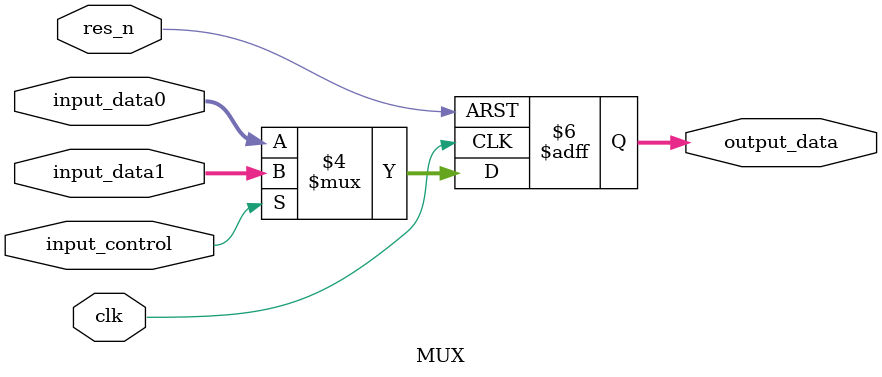
<source format=v>
`timescale 1ns / 1ps


module MUX(
	input clk,
	input res_n,
	input[31:0] input_data0,
	input[31:0] input_data1,
	input input_control,
	output reg[31:0] output_data
    );

always @ (posedge clk or negedge res_n)begin
	if(~res_n)begin
		output_data[31:0] <= 32'h0000_0000;
	end
	else begin
		if(input_control)begin
			output_data[31:0] <= input_data1;
		end
		else begin
			output_data[31:0] <= input_data0;
		end
	end
end
endmodule

</source>
